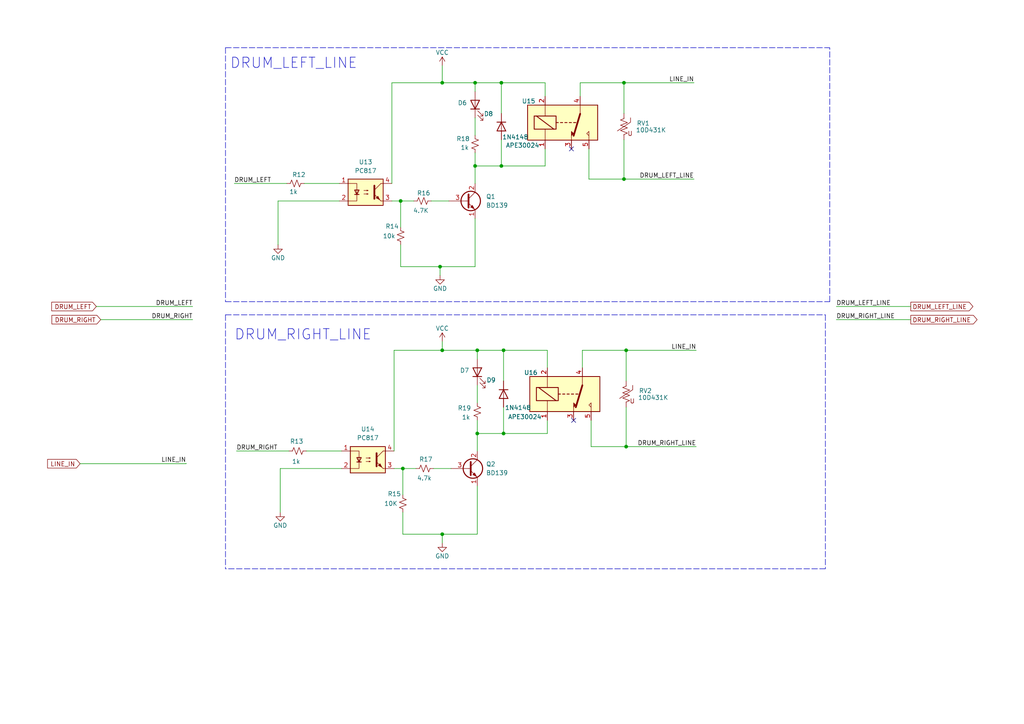
<source format=kicad_sch>
(kicad_sch (version 20211123) (generator eeschema)
  (paper "A4")
  (lib_symbols
    (symbol "Device:D" (pin_numbers hide) (pin_names (offset 1.016) hide)
      (property "Reference" "D" (at 0 2.54 0))
      (property "Value" "D" (at 0 -2.54 0))
      (symbol "D_0_1"
        (polyline (pts (xy -1.27 1.27) (xy -1.27 -1.27)) (stroke (width 0.254)))
        (polyline (pts (xy 1.27 0) (xy -1.27 0)))
        (polyline (pts (xy 1.27 1.27) (xy 1.27 -1.27) (xy -1.27 0) (xy 1.27 1.27)) (stroke (width 0.254)))
      )
      (symbol "D_1_1"
        (pin passive line (at -3.81 0 0) (length 2.54) (name "K") (number "1"))
        (pin passive line (at 3.81 0 180) (length 2.54) (name "A") (number "2"))
      )
    )
    (symbol "Device:LED" (pin_numbers hide) (pin_names (offset 1.016) hide)
      (property "Reference" "D" (at 0 2.54 0))
      (property "Value" "LED" (at 0 -2.54 0))
      (symbol "LED_0_1"
        (polyline (pts (xy -1.27 -1.27) (xy -1.27 1.27)) (stroke (width 0.254)))
        (polyline (pts (xy -1.27 0) (xy 1.27 0)))
        (polyline (pts (xy 1.27 -1.27) (xy 1.27 1.27) (xy -1.27 0) (xy 1.27 -1.27)) (stroke (width 0.254)))
        (polyline (pts (xy -3.048 -0.762) (xy -4.572 -2.286) (xy -3.81 -2.286) (xy -4.572 -2.286) (xy -4.572 -1.524)))
        (polyline (pts (xy -1.778 -0.762) (xy -3.302 -2.286) (xy -2.54 -2.286) (xy -3.302 -2.286) (xy -3.302 -1.524)))
      )
      (symbol "LED_1_1"
        (pin passive line (at -3.81 0 0) (length 2.54) (name "K") (number "1"))
        (pin passive line (at 3.81 0 180) (length 2.54) (name "A") (number "2"))
      )
    )
    (symbol "Device:R_Small_US" (pin_numbers hide) (pin_names (offset 0.254) hide)
      (property "Reference" "R" (at 0.762 0.508 0))
      (property "Value" "R_Small_US" (at 0.762 -1.016 0))
      (symbol "R_Small_US_1_1"
        (polyline (pts (xy 0 0) (xy 1.016 -0.381) (xy 0 -0.762) (xy -1.016 -1.143) (xy 0 -1.524)))
        (polyline (pts (xy 0 1.524) (xy 1.016 1.143) (xy 0 0.762) (xy -1.016 0.381) (xy 0 0)))
        (pin passive line (at 0 2.54 270) (length 1.016) (name "~") (number "1"))
        (pin passive line (at 0 -2.54 90) (length 1.016) (name "~") (number "2"))
      )
    )
    (symbol "Device:Varistor_US" (pin_numbers hide) (pin_names (offset 0))
      (property "Reference" "RV" (at 3.175 0 90))
      (property "Value" "Varistor_US" (at -3.175 0 90))
      (symbol "Varistor_US_0_0"
        (text "U" (at -1.778 -2.032 0) (effects (font (size 1.27 1.27))))
      )
      (symbol "Varistor_US_0_1"
        (polyline (pts (xy 0 -2.286) (xy 0 -2.54)))
        (polyline (pts (xy 0 2.286) (xy 0 2.54)))
        (polyline (pts (xy -1.905 2.54) (xy -1.905 1.27) (xy 1.905 -1.27)))
        (polyline (pts (xy 0 -0.762) (xy 1.016 -1.143) (xy 0 -1.524) (xy -1.016 -1.905) (xy 0 -2.286)))
        (polyline (pts (xy 0 0.762) (xy 1.016 0.381) (xy 0 0) (xy -1.016 -0.381) (xy 0 -0.762)))
        (polyline (pts (xy 0 2.286) (xy 1.016 1.905) (xy 0 1.524) (xy -1.016 1.143) (xy 0 0.762)))
      )
      (symbol "Varistor_US_1_1"
        (pin passive line (at 0 3.81 270) (length 1.27) (name "~") (number "1"))
        (pin passive line (at 0 -3.81 90) (length 1.27) (name "~") (number "2"))
      )
    )
    (symbol "Isolator:PC817" (pin_names (offset 1.016))
      (property "Reference" "U" (at -5.08 5.08 0))
      (property "Value" "PC817" (at 0 5.08 0))
      (symbol "PC817_0_1"
        (rectangle (start -5.08 3.81) (end 5.08 -3.81) (stroke (width 0.254)) (fill (type background)))
        (polyline (pts (xy -3.175 -0.635) (xy -1.905 -0.635)) (stroke (width 0.254)))
        (polyline (pts (xy 2.54 0.635) (xy 4.445 2.54)))
        (polyline (pts (xy 4.445 -2.54) (xy 2.54 -0.635)) (fill (type outline)))
        (polyline (pts (xy 4.445 -2.54) (xy 5.08 -2.54)))
        (polyline (pts (xy 4.445 2.54) (xy 5.08 2.54)))
        (polyline (pts (xy -5.08 2.54) (xy -2.54 2.54) (xy -2.54 -0.635)))
        (polyline (pts (xy -2.54 -0.635) (xy -2.54 -2.54) (xy -5.08 -2.54)))
        (polyline (pts (xy 2.54 1.905) (xy 2.54 -1.905) (xy 2.54 -1.905)) (stroke (width 0.508)))
        (polyline (pts (xy -2.54 -0.635) (xy -3.175 0.635) (xy -1.905 0.635) (xy -2.54 -0.635)) (stroke (width 0.254)))
        (polyline (pts (xy -0.508 -0.508) (xy 0.762 -0.508) (xy 0.381 -0.635) (xy 0.381 -0.381) (xy 0.762 -0.508)))
        (polyline (pts (xy -0.508 0.508) (xy 0.762 0.508) (xy 0.381 0.381) (xy 0.381 0.635) (xy 0.762 0.508)))
        (polyline (pts (xy 3.048 -1.651) (xy 3.556 -1.143) (xy 4.064 -2.159) (xy 3.048 -1.651) (xy 3.048 -1.651)) (fill (type outline)))
      )
      (symbol "PC817_1_1"
        (pin passive line (at -7.62 2.54 0) (length 2.54) (name "~") (number "1"))
        (pin passive line (at -7.62 -2.54 0) (length 2.54) (name "~") (number "2"))
        (pin passive line (at 7.62 -2.54 180) (length 2.54) (name "~") (number "3"))
        (pin passive line (at 7.62 2.54 180) (length 2.54) (name "~") (number "4"))
      )
    )
    (symbol "Transistor_BJT:BD139" (pin_names (offset 0) hide)
      (property "Reference" "Q" (at 5.08 1.905 0))
      (property "Value" "BD139" (at 5.08 0 0))
      (symbol "BD139_0_1"
        (polyline (pts (xy 0 0) (xy 0.635 0)))
        (polyline (pts (xy 2.54 -2.54) (xy 0.635 -0.635)))
        (polyline (pts (xy 2.54 2.54) (xy 0.635 0.635)))
        (polyline (pts (xy 0.635 1.905) (xy 0.635 -1.905) (xy 0.635 -1.905)) (stroke (width 0.508)) (fill (type outline)))
        (polyline (pts (xy 1.2446 -1.778) (xy 1.7526 -1.27) (xy 2.286 -2.286) (xy 1.2446 -1.778) (xy 1.2446 -1.778)) (fill (type outline)))
        (circle (center 1.27 0) (radius 2.8194) (stroke (width 0.3048)))
      )
      (symbol "BD139_1_1"
        (pin passive line (at 2.54 -5.08 90) (length 2.54) (name "E") (number "1"))
        (pin passive line (at 2.54 5.08 270) (length 2.54) (name "C") (number "2"))
        (pin input line (at -5.08 0 0) (length 5.08) (name "B") (number "3"))
      )
    )
    (symbol "User_Relay:APE30024"
      (property "Reference" "U" (at -8.89 6.35 0))
      (property "Value" "APE30024" (at -11.43 -6.35 0))
      (property "Footprint" "User_Relay:Relay_SPDT_28L_5W" (at 0 -8.89 0))
      (symbol "APE30024_0_0"
        (polyline (pts (xy 7.62 5.08) (xy 7.62 2.54) (xy 6.985 3.175) (xy 7.62 3.81)))
      )
      (symbol "APE30024_0_1"
        (rectangle (start -10.16 5.08) (end 10.16 -5.08) (stroke (width 0.254)) (fill (type background)))
        (rectangle (start -8.255 1.905) (end -1.905 -1.905) (stroke (width 0.254)))
        (polyline (pts (xy -7.62 -1.905) (xy -2.54 1.905)) (stroke (width 0.254)))
        (polyline (pts (xy -5.08 -5.08) (xy -5.08 -1.905)))
        (polyline (pts (xy -5.08 5.08) (xy -5.08 1.905)))
        (polyline (pts (xy -1.905 0) (xy -1.27 0)) (stroke (width 0.254)))
        (polyline (pts (xy -0.635 0) (xy 0 0)) (stroke (width 0.254)))
        (polyline (pts (xy 0.635 0) (xy 1.27 0)) (stroke (width 0.254)))
        (polyline (pts (xy 1.905 0) (xy 2.54 0)) (stroke (width 0.254)))
        (polyline (pts (xy 3.175 0) (xy 3.81 0)) (stroke (width 0.254)))
        (polyline (pts (xy 5.08 -2.54) (xy 3.175 3.81)) (stroke (width 0.508)))
        (polyline (pts (xy 5.08 -2.54) (xy 5.08 -5.08)))
      )
      (symbol "APE30024_1_1"
        (polyline (pts (xy 2.54 3.81) (xy 3.175 3.175) (xy 2.54 2.54) (xy 2.54 5.08)) (fill (type outline)))
        (pin passive line (at -5.08 7.62 270) (length 2.54) (name "~") (number "1"))
        (pin passive line (at -5.08 -7.62 90) (length 2.54) (name "~") (number "2"))
        (pin passive line (at 2.54 7.62 270) (length 2.54) (name "~") (number "3"))
        (pin passive line (at 5.08 -7.62 90) (length 2.54) (name "~") (number "4"))
        (pin passive line (at 7.62 7.62 270) (length 2.54) (name "~") (number "5"))
      )
    )
    (symbol "power:GND" (power) (pin_names (offset 0))
      (property "Value" "GND" (at 0 -3.81 0))
      (symbol "GND_0_1"
        (polyline (pts (xy 0 0) (xy 0 -1.27) (xy 1.27 -1.27) (xy 0 -2.54) (xy -1.27 -1.27) (xy 0 -1.27)))
      )
      (symbol "GND_1_1"
        (pin power_in line (at 0 0 270) (length 0) hide (name "GND") (number "1"))
      )
    )
    (symbol "power:VCC" (power) (pin_names (offset 0))
      (property "Value" "VCC" (at 0 3.81 0))
      (symbol "VCC_0_1"
        (polyline (pts (xy -0.762 1.27) (xy 0 2.54)))
        (polyline (pts (xy 0 0) (xy 0 2.54)))
        (polyline (pts (xy 0 2.54) (xy 0.762 1.27)))
      )
      (symbol "VCC_1_1"
        (pin power_in line (at 0 0 90) (length 0) hide (name "VCC") (number "1"))
      )
    )
  )
  (junction (at 138.43 125.73))
  (junction (at 138.43 101.6))
  (junction (at 128.27 154.94))
  (junction (at 128.27 24.003))
  (junction (at 137.795 24.003))
  (junction (at 137.795 48.133))
  (junction (at 127.635 77.343))
  (junction (at 145.415 48.133))
  (junction (at 181.61 101.6))
  (junction (at 180.975 51.943))
  (junction (at 145.415 24.003))
  (junction (at 146.05 101.6))
  (junction (at 180.975 24.003))
  (junction (at 128.27 101.6))
  (junction (at 146.05 125.73))
  (junction (at 116.205 58.293))
  (junction (at 116.84 135.89))
  (junction (at 181.61 129.54))
  (no_connect (at 165.735 43.18))
  (no_connect (at 166.37 121.92))
  (wire (pts (xy 180.975 40.513) (xy 180.975 51.943)))
  (wire (pts (xy 242.57 92.71) (xy 264.16 92.71)))
  (wire (pts (xy 158.115 48.133) (xy 145.415 48.133)))
  (wire (pts (xy 138.43 125.73) (xy 138.43 130.81)))
  (wire (pts (xy 113.665 58.293) (xy 116.205 58.293)))
  (wire (pts (xy 125.73 135.89) (xy 130.81 135.89)))
  (polyline (pts (xy 239.395 164.973) (xy 65.405 164.973)))
  (wire (pts (xy 168.275 24.003) (xy 180.975 24.003)))
  (wire (pts (xy 99.06 135.89) (xy 81.28 135.89)))
  (wire (pts (xy 158.115 24.003) (xy 145.415 24.003)))
  (wire (pts (xy 113.665 24.003) (xy 128.27 24.003)))
  (polyline (pts (xy 65.405 13.843) (xy 65.405 87.503)))
  (wire (pts (xy 116.205 58.293) (xy 116.205 65.913)))
  (wire (pts (xy 137.795 48.133) (xy 137.795 53.213)))
  (wire (pts (xy 170.815 43.18) (xy 170.815 51.943)))
  (polyline (pts (xy 65.405 13.843) (xy 240.665 13.843)))
  (wire (pts (xy 116.84 154.94) (xy 128.27 154.94)))
  (wire (pts (xy 171.45 121.92) (xy 171.45 129.54)))
  (wire (pts (xy 146.05 101.6) (xy 146.05 110.49)))
  (wire (pts (xy 158.115 43.18) (xy 158.115 48.133)))
  (wire (pts (xy 137.795 34.163) (xy 137.795 39.243)))
  (wire (pts (xy 180.975 51.943) (xy 201.295 51.943)))
  (wire (pts (xy 181.61 101.6) (xy 181.61 110.49)))
  (wire (pts (xy 146.05 125.73) (xy 138.43 125.73)))
  (wire (pts (xy 168.91 106.68) (xy 168.91 101.6)))
  (wire (pts (xy 128.27 157.48) (xy 128.27 154.94)))
  (wire (pts (xy 127.635 79.883) (xy 127.635 77.343)))
  (wire (pts (xy 127.635 77.343) (xy 137.795 77.343)))
  (wire (pts (xy 181.61 118.11) (xy 181.61 129.54)))
  (wire (pts (xy 158.75 125.73) (xy 146.05 125.73)))
  (wire (pts (xy 145.415 48.133) (xy 137.795 48.133)))
  (wire (pts (xy 27.94 88.9) (xy 55.88 88.9)))
  (polyline (pts (xy 240.665 87.503) (xy 240.665 13.843)))
  (wire (pts (xy 88.265 53.213) (xy 98.425 53.213)))
  (wire (pts (xy 138.43 111.76) (xy 138.43 116.84)))
  (wire (pts (xy 116.84 135.89) (xy 120.65 135.89)))
  (wire (pts (xy 98.425 58.293) (xy 80.645 58.293)))
  (polyline (pts (xy 239.395 91.313) (xy 239.395 164.973)))
  (wire (pts (xy 181.61 101.6) (xy 201.93 101.6)))
  (wire (pts (xy 128.27 19.05) (xy 128.27 24.003)))
  (wire (pts (xy 242.57 88.9) (xy 264.16 88.9)))
  (wire (pts (xy 67.945 53.213) (xy 83.185 53.213)))
  (wire (pts (xy 137.795 44.323) (xy 137.795 48.133)))
  (wire (pts (xy 114.3 135.89) (xy 116.84 135.89)))
  (wire (pts (xy 171.45 129.54) (xy 181.61 129.54)))
  (wire (pts (xy 158.75 121.92) (xy 158.75 125.73)))
  (wire (pts (xy 116.84 135.89) (xy 116.84 143.51)))
  (wire (pts (xy 116.205 77.343) (xy 127.635 77.343)))
  (wire (pts (xy 53.975 134.493) (xy 53.975 134.366)))
  (wire (pts (xy 116.205 58.293) (xy 120.015 58.293)))
  (polyline (pts (xy 65.405 91.313) (xy 65.405 164.973)))
  (wire (pts (xy 180.975 24.003) (xy 180.975 32.893)))
  (wire (pts (xy 114.3 130.81) (xy 114.3 101.6)))
  (wire (pts (xy 145.415 40.513) (xy 145.415 48.133)))
  (polyline (pts (xy 65.405 91.313) (xy 239.395 91.313)))
  (wire (pts (xy 128.27 99.06) (xy 128.27 101.6)))
  (wire (pts (xy 181.61 129.54) (xy 201.93 129.54)))
  (wire (pts (xy 138.43 101.6) (xy 138.43 104.14)))
  (wire (pts (xy 158.75 106.68) (xy 158.75 101.6)))
  (wire (pts (xy 137.795 24.003) (xy 137.795 26.543)))
  (wire (pts (xy 68.58 130.81) (xy 83.82 130.81)))
  (wire (pts (xy 81.28 135.89) (xy 81.28 148.59)))
  (wire (pts (xy 80.645 58.293) (xy 80.645 70.993)))
  (wire (pts (xy 168.275 24.003) (xy 168.275 27.94)))
  (polyline (pts (xy 65.405 87.503) (xy 240.665 87.503)))
  (wire (pts (xy 168.91 101.6) (xy 181.61 101.6)))
  (wire (pts (xy 180.975 24.003) (xy 201.295 24.003)))
  (wire (pts (xy 158.75 101.6) (xy 146.05 101.6)))
  (wire (pts (xy 128.27 154.94) (xy 138.43 154.94)))
  (wire (pts (xy 23.241 134.493) (xy 53.975 134.493)))
  (wire (pts (xy 116.205 70.993) (xy 116.205 77.343)))
  (wire (pts (xy 29.21 92.71) (xy 55.88 92.71)))
  (wire (pts (xy 146.05 118.11) (xy 146.05 125.73)))
  (wire (pts (xy 138.43 121.92) (xy 138.43 125.73)))
  (wire (pts (xy 114.3 101.6) (xy 128.27 101.6)))
  (wire (pts (xy 158.115 24.003) (xy 158.115 27.94)))
  (wire (pts (xy 137.795 77.343) (xy 137.795 63.373)))
  (wire (pts (xy 88.9 130.81) (xy 99.06 130.81)))
  (wire (pts (xy 128.27 24.003) (xy 137.795 24.003)))
  (wire (pts (xy 146.05 101.6) (xy 138.43 101.6)))
  (wire (pts (xy 125.095 58.293) (xy 130.175 58.293)))
  (wire (pts (xy 116.84 148.59) (xy 116.84 154.94)))
  (wire (pts (xy 138.43 154.94) (xy 138.43 140.97)))
  (wire (pts (xy 113.665 53.213) (xy 113.665 24.003)))
  (wire (pts (xy 145.415 24.003) (xy 145.415 32.893)))
  (wire (pts (xy 145.415 24.003) (xy 137.795 24.003)))
  (wire (pts (xy 128.27 101.6) (xy 138.43 101.6)))
  (wire (pts (xy 170.815 51.943) (xy 180.975 51.943)))
  (text "DRUM_RIGHT_LINE\n" (at 67.945 98.933 0) (effects (font (size 3 3)) (justify left bottom)))
  (text "DRUM_LEFT_LINE\n" (at 66.675 20.193 0) (effects (font (size 3 3)) (justify left bottom)))
  (label "DRUM_LEFT" (at 67.945 53.213 0))
  (label "DRUM_RIGHT_LINE" (at 201.93 129.54 180))
  (label "DRUM_RIGHT" (at 55.88 92.71 180))
  (label "LINE_IN" (at 201.295 24.003 180))
  (label "DRUM_RIGHT" (at 68.58 130.81 0))
  (label "DRUM_LEFT_LINE" (at 201.295 51.943 180))
  (label "DRUM_LEFT" (at 55.88 88.9 180))
  (label "LINE_IN" (at 53.975 134.366 180))
  (label "DRUM_RIGHT_LINE" (at 242.57 92.71 0))
  (label "LINE_IN" (at 201.93 101.6 180))
  (label "DRUM_LEFT_LINE" (at 242.57 88.9 0))
  (global_label "DRUM_RIGHT" (shape input) (at 29.21 92.71 180) (property "Intersheet References" "${INTERSHEET_REFS}" (effects hide)))
  (global_label "DRUM_LEFT" (shape input) (at 27.94 88.9 180) (property "Intersheet References" "${INTERSHEET_REFS}" (effects hide)))
  (global_label "LINE_IN" (shape input) (at 23.241 134.493 180) (property "Intersheet References" "${INTERSHEET_REFS}" (effects hide)))
  (global_label "DRUM_LEFT_LINE" (shape output) (at 264.16 88.9 0) (property "Intersheet References" "${INTERSHEET_REFS}" (effects hide)))
  (global_label "DRUM_RIGHT_LINE" (shape output) (at 264.16 92.71 0) (property "Intersheet References" "${INTERSHEET_REFS}" (effects hide)))
  (symbol (lib_id "Device:R_Small_US") (at 116.84 146.05 180) (unit 1)
    (property "Reference" "R15" (at 116.332 143.256 0) (effects (justify left)))
    (property "Value" "10K" (at 115.316 146.05 0) (effects (justify left)))
    (property "Footprint" "Resistor_THT:R_Axial_DIN0207_L6.3mm_D2.5mm_P10.16mm_Horizontal" (effects hide))
  )
  (symbol (lib_id "Isolator:PC817") (at 106.045 55.753 0) (unit 1)
    (property "Reference" "U13" (at 106.045 46.99 0))
    (property "Value" "PC817" (at 106.045 49.53 0))
    (property "Footprint" "Package_DIP:DIP-4_W7.62mm_LongPads" (effects hide))
    (property "Datasheet" "http://www.soselectronic.cz/a_info/resource/d/pc817.pdf" (effects hide))
  )
  (symbol (lib_id "User_Relay:APE30024") (at 163.83 114.3 0) (mirror x) (unit 1)
    (property "Reference" "U16" (at 155.956 108.077 0) (effects (justify right)))
    (property "Value" "APE30024" (at 157.099 120.904 0) (effects (justify right)))
    (property "Footprint" "User_Relay:Relay_SPDT_28L_5W" (effects hide))
  )
  (symbol (lib_id "power:VCC") (at 128.27 19.05 0) (unit 1)
    (property "Reference" "#PWR035" (effects hide))
    (property "Value" "VCC" (at 128.27 15.24 0))
  )
  (symbol (lib_id "Device:R_Small_US") (at 122.555 58.293 90) (unit 1)
    (property "Reference" "R16" (at 124.841 56.007 90) (effects (justify left)))
    (property "Value" "4.7K" (at 124.333 61.087 90) (effects (justify left)))
    (property "Footprint" "Resistor_THT:R_Axial_DIN0207_L6.3mm_D2.5mm_P10.16mm_Horizontal" (effects hide))
  )
  (symbol (lib_id "User_Relay:APE30024") (at 163.195 35.56 0) (mirror x) (unit 1)
    (property "Reference" "U15" (at 155.321 29.337 0) (effects (justify right)))
    (property "Value" "APE30024" (at 156.464 42.164 0) (effects (justify right)))
    (property "Footprint" "User_Relay:Relay_SPDT_28L_5W" (effects hide))
  )
  (symbol (lib_id "Device:Varistor_US") (at 180.975 36.703 0) (mirror y) (unit 1)
    (property "Reference" "RV1" (at 184.658 35.7496 0) (effects (justify right)))
    (property "Value" "10D431K" (at 184.404 37.719 0) (effects (justify right)))
    (property "Footprint" "User_Varistor:RV_Disc_D7mm_W5.7mm_P5mm" (effects hide))
  )
  (symbol (lib_id "Device:D") (at 145.415 36.703 270) (unit 1)
    (property "Reference" "D8" (at 140.335 33.02 90) (effects (justify left)))
    (property "Value" "1N4148" (at 145.669 39.751 90) (effects (justify left)))
    (property "Footprint" "Diode_THT:D_DO-41_SOD81_P10.16mm_Horizontal" (effects hide))
  )
  (symbol (lib_id "power:VCC") (at 128.27 99.06 0) (unit 1)
    (property "Reference" "#PWR036" (effects hide))
    (property "Value" "VCC" (at 128.27 95.25 0))
  )
  (symbol (lib_id "Device:D") (at 146.05 114.3 270) (unit 1)
    (property "Reference" "D9" (at 141.097 110.236 90) (effects (justify left)))
    (property "Value" "1N4148" (at 146.431 118.237 90) (effects (justify left)))
    (property "Footprint" "Diode_THT:D_DO-41_SOD81_P10.16mm_Horizontal" (effects hide))
  )
  (symbol (lib_id "Device:R_Small_US") (at 86.36 130.81 90) (unit 1)
    (property "Reference" "R13" (at 88.011 128.016 90) (effects (justify left)))
    (property "Value" "1k" (at 87.122 133.858 90) (effects (justify left)))
    (property "Footprint" "Resistor_THT:R_Axial_DIN0207_L6.3mm_D2.5mm_P10.16mm_Horizontal" (effects hide))
  )
  (symbol (lib_id "power:GND") (at 81.28 148.59 0) (unit 1)
    (property "Reference" "#PWR033" (effects hide))
    (property "Value" "GND" (at 81.28 152.4 0))
  )
  (symbol (lib_id "power:GND") (at 80.645 70.993 0) (unit 1)
    (property "Reference" "#PWR032" (effects hide))
    (property "Value" "GND" (at 80.645 74.803 0))
  )
  (symbol (lib_id "power:GND") (at 128.27 157.48 0) (unit 1)
    (property "Reference" "#PWR037" (effects hide))
    (property "Value" "GND" (at 128.27 161.29 0))
  )
  (symbol (lib_id "Device:Varistor_US") (at 181.61 114.3 0) (mirror y) (unit 1)
    (property "Reference" "RV2" (at 185.293 113.3466 0) (effects (justify right)))
    (property "Value" "10D431K" (at 185.039 115.316 0) (effects (justify right)))
    (property "Footprint" "User_Varistor:RV_Disc_D7mm_W5.7mm_P5mm" (effects hide))
  )
  (symbol (lib_id "Device:LED") (at 138.43 107.95 90) (unit 1)
    (property "Reference" "D7" (at 134.747 107.442 90))
    (property "Value" "LED" (effects hide))
    (property "Footprint" "LED_THT:LED_D3.0mm" (effects hide))
  )
  (symbol (lib_id "Device:R_Small_US") (at 116.205 68.453 180) (unit 1)
    (property "Reference" "R14" (at 115.697 65.659 0) (effects (justify left)))
    (property "Value" "10k" (at 114.681 68.453 0) (effects (justify left)))
    (property "Footprint" "Resistor_THT:R_Axial_DIN0207_L6.3mm_D2.5mm_P10.16mm_Horizontal" (effects hide))
  )
  (symbol (lib_id "Device:R_Small_US") (at 123.19 135.89 90) (unit 1)
    (property "Reference" "R17" (at 125.476 133.223 90) (effects (justify left)))
    (property "Value" "4.7k" (at 125.222 138.684 90) (effects (justify left)))
    (property "Footprint" "Resistor_THT:R_Axial_DIN0207_L6.3mm_D2.5mm_P10.16mm_Horizontal" (effects hide))
  )
  (symbol (lib_id "Transistor_BJT:BD139") (at 135.89 135.89 0) (unit 1)
    (property "Reference" "Q2" (at 140.97 134.6199 0) (effects (justify left)))
    (property "Value" "BD139" (at 140.97 137.1599 0) (effects (justify left)))
    (property "Footprint" "Package_TO_SOT_THT:TO-126-3_Vertical" (effects hide))
    (property "Datasheet" "http://www.st.com/internet/com/TECHNICAL_RESOURCES/TECHNICAL_LITERATURE/DATASHEET/CD00001225.pdf" (effects hide))
  )
  (symbol (lib_id "Device:LED") (at 137.795 30.353 90) (unit 1)
    (property "Reference" "D6" (at 134.112 29.845 90))
    (property "Value" "LED" (effects hide))
    (property "Footprint" "LED_THT:LED_D3.0mm" (effects hide))
  )
  (symbol (lib_id "Isolator:PC817") (at 106.68 133.35 0) (unit 1)
    (property "Reference" "U14" (at 106.68 124.46 0))
    (property "Value" "PC817" (at 106.68 127 0))
    (property "Footprint" "Package_DIP:DIP-4_W7.62mm_LongPads" (effects hide))
    (property "Datasheet" "http://www.soselectronic.cz/a_info/resource/d/pc817.pdf" (effects hide))
  )
  (symbol (lib_id "Device:R_Small_US") (at 137.795 41.783 180) (unit 1)
    (property "Reference" "R18" (at 136.271 40.259 0) (effects (justify left)))
    (property "Value" "1k" (at 136.017 42.799 0) (effects (justify left)))
    (property "Footprint" "Resistor_THT:R_Axial_DIN0207_L6.3mm_D2.5mm_P10.16mm_Horizontal" (effects hide))
  )
  (symbol (lib_id "Device:R_Small_US") (at 85.725 53.213 90) (unit 1)
    (property "Reference" "R12" (at 88.646 50.673 90) (effects (justify left)))
    (property "Value" "1k" (at 86.36 55.626 90) (effects (justify left)))
    (property "Footprint" "Resistor_THT:R_Axial_DIN0207_L6.3mm_D2.5mm_P10.16mm_Horizontal" (effects hide))
  )
  (symbol (lib_id "Device:R_Small_US") (at 138.43 119.38 180) (unit 1)
    (property "Reference" "R19" (at 136.652 118.364 0) (effects (justify left)))
    (property "Value" "1k" (at 136.398 121.031 0) (effects (justify left)))
    (property "Footprint" "Resistor_THT:R_Axial_DIN0207_L6.3mm_D2.5mm_P10.16mm_Horizontal" (effects hide))
  )
  (symbol (lib_id "power:GND") (at 127.635 79.883 0) (unit 1)
    (property "Reference" "#PWR034" (effects hide))
    (property "Value" "GND" (at 127.635 83.693 0))
  )
  (symbol (lib_id "Transistor_BJT:BD139") (at 135.255 58.293 0) (unit 1)
    (property "Reference" "Q1" (at 140.97 57.0229 0) (effects (justify left)))
    (property "Value" "BD139" (at 140.97 59.5629 0) (effects (justify left)))
    (property "Footprint" "Package_TO_SOT_THT:TO-126-3_Vertical" (effects hide))
    (property "Datasheet" "http://www.st.com/internet/com/TECHNICAL_RESOURCES/TECHNICAL_LITERATURE/DATASHEET/CD00001225.pdf" (effects hide))
  )
)
</source>
